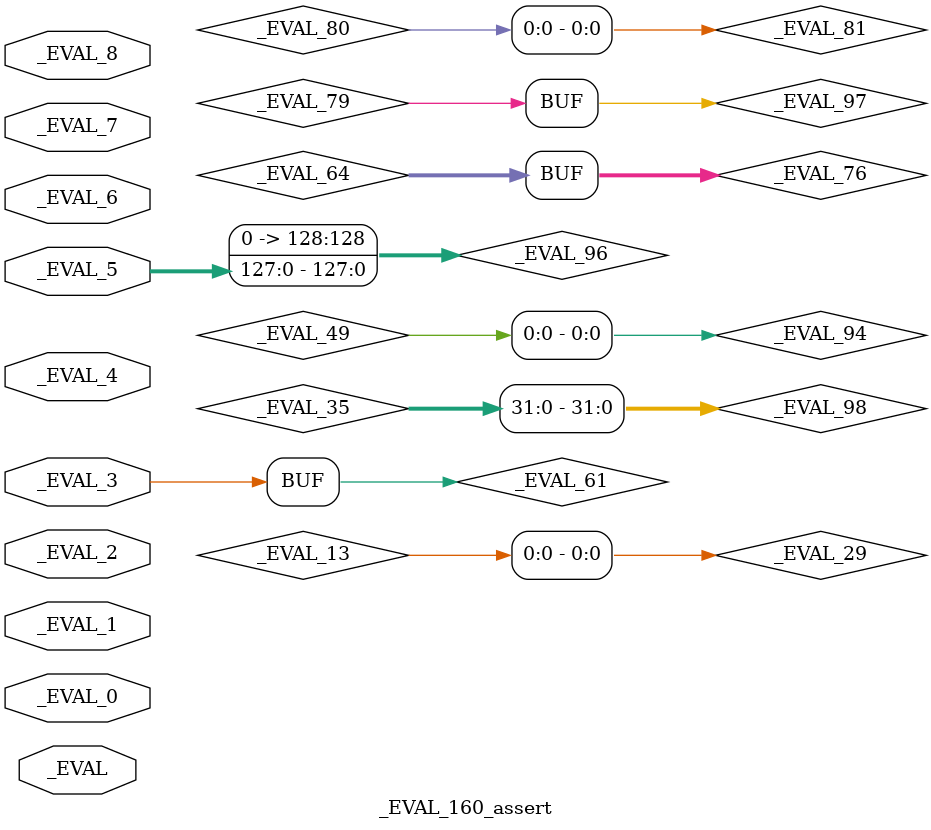
<source format=sv>
module _EVAL_160_assert(
  input          _EVAL,
  input          _EVAL_0,
  input  [2:0]   _EVAL_1,
  input  [2:0]   _EVAL_2,
  input          _EVAL_3,
  input          _EVAL_4,
  input  [127:0] _EVAL_5,
  input          _EVAL_6,
  input          _EVAL_7,
  input          _EVAL_8
);
`ifdef RANDOMIZE_REG_INIT
  reg [31:0] _RAND_0;
  reg [31:0] _RAND_1;
  reg [127:0] _RAND_2;
  reg [31:0] _RAND_3;
  reg [31:0] _RAND_4;
  reg [31:0] _RAND_5;
  reg [31:0] _RAND_6;
  reg [31:0] _RAND_7;
  reg [31:0] _RAND_8;
`endif // RANDOMIZE_REG_INIT
  wire  _EVAL_9;
  wire  _EVAL_10;
  wire  _EVAL_11;
  wire  _EVAL_12;
  wire [1:0] _EVAL_13;
  wire  _EVAL_14;
  wire  _EVAL_15;
  wire  _EVAL_16;
  wire  _EVAL_17;
  wire  _EVAL_18;
  wire  _EVAL_19;
  reg [2:0] _EVAL_20;
  wire  _EVAL_21;
  wire  _EVAL_22;
  wire  _EVAL_23;
  wire  _EVAL_24;
  wire  _EVAL_25;
  wire  _EVAL_26;
  wire  _EVAL_27;
  wire  _EVAL_28;
  wire  _EVAL_29;
  wire  _EVAL_30;
  wire  _EVAL_31;
  reg  _EVAL_32;
  wire [127:0] _EVAL_33;
  wire  _EVAL_34;
  wire [32:0] _EVAL_35;
  wire  _EVAL_36;
  wire [1:0] _EVAL_37;
  wire  _EVAL_38;
  wire  _EVAL_39;
  wire  _EVAL_40;
  wire  _EVAL_41;
  wire  _EVAL_42;
  wire  _EVAL_43;
  wire  _EVAL_44;
  wire  _EVAL_45;
  wire  _EVAL_46;
  wire  _EVAL_47;
  wire  _EVAL_48;
  wire [1:0] _EVAL_49;
  wire [31:0] plusarg_reader_out;
  wire  _EVAL_50;
  wire  _EVAL_51;
  wire  _EVAL_52;
  wire  _EVAL_53;
  wire  _EVAL_54;
  wire  _EVAL_55;
  wire  _EVAL_56;
  wire  _EVAL_57;
  wire  _EVAL_58;
  wire  _EVAL_59;
  wire  _EVAL_61;
  wire  _EVAL_62;
  wire  _EVAL_63;
  wire [128:0] _EVAL_64;
  wire  _EVAL_65;
  wire  _EVAL_66;
  reg [127:0] _EVAL_67;
  wire  _EVAL_68;
  wire  _EVAL_69;
  wire  _EVAL_70;
  wire  _EVAL_71;
  wire  _EVAL_72;
  wire  _EVAL_74;
  wire  _EVAL_75;
  wire [128:0] _EVAL_76;
  wire  _EVAL_78;
  wire  _EVAL_79;
  wire  _EVAL_80;
  wire [1:0] _EVAL_81;
  wire  _EVAL_82;
  wire  _EVAL_83;
  wire  _EVAL_84;
  wire  _EVAL_85;
  reg  _EVAL_86;
  wire  _EVAL_87;
  wire  _EVAL_88;
  wire [1:0] _EVAL_89;
  wire  _EVAL_90;
  wire  _EVAL_91;
  reg [31:0] _EVAL_92;
  wire  _EVAL_93;
  wire  _EVAL_94;
  wire  _EVAL_95;
  wire [128:0] _EVAL_96;
  reg  _EVAL_97;
  wire [31:0] _EVAL_98;
  wire  _EVAL_99;
  wire  _EVAL_100;
  wire [1:0] _EVAL_101;
  wire  _EVAL_102;
  wire  _EVAL_103;
  wire  _EVAL_104;
  wire  _EVAL_105;
  reg  _EVAL_106;
  wire  _EVAL_107;
  wire  _EVAL_108;
  wire  _EVAL_109;
  wire  _EVAL_110;
  wire  _EVAL_111;
  wire  _EVAL_112;
  wire  _EVAL_113;
  wire  _EVAL_114;
  reg  _EVAL_115;
  wire  _EVAL_116;
  wire  _EVAL_117;
  wire  _EVAL_118;
  wire  _EVAL_119;
  wire  _EVAL_120;
  wire  _EVAL_121;
  wire  _EVAL_122;
  wire  _EVAL_123;
  reg [2:0] _EVAL_125;
  plusarg_reader #(.FORMAT("tilelink_timeout=%d"), .DEFAULT(0), .WIDTH(32)) plusarg_reader (
    .out(plusarg_reader_out)
  );
  assign _EVAL_119 = _EVAL_117 | _EVAL_41;
  assign _EVAL_17 = _EVAL_8 & _EVAL_59;
  assign _EVAL_19 = ~_EVAL_86;
  assign _EVAL_46 = _EVAL_8 & _EVAL_62;
  assign _EVAL_59 = _EVAL_2 == 3'h2;
  assign _EVAL_72 = _EVAL_8 & _EVAL_44;
  assign _EVAL_123 = _EVAL_2 == 3'h5;
  assign _EVAL_63 = _EVAL_1 <= 3'h6;
  assign _EVAL_35 = _EVAL_92 + 32'h1;
  assign _EVAL_47 = _EVAL_7 & _EVAL_112;
  assign _EVAL_107 = |_EVAL_115;
  assign _EVAL_102 = _EVAL_4 & _EVAL_7;
  assign _EVAL_12 = _EVAL_39 & _EVAL_82;
  assign _EVAL_18 = _EVAL_9 & _EVAL_23;
  assign _EVAL_41 = _EVAL_92 < plusarg_reader_out;
  assign _EVAL_90 = _EVAL_8 & _EVAL_21;
  assign _EVAL_24 = _EVAL_58 | _EVAL_61;
  assign _EVAL_94 = _EVAL_49[0];
  assign _EVAL_21 = _EVAL_2 == 3'h0;
  assign _EVAL_56 = _EVAL_2 == _EVAL_125;
  assign _EVAL_13 = _EVAL_32 - 1'h1;
  assign _EVAL_89 = _EVAL_18 ? 2'h1 : 2'h0;
  assign _EVAL_70 = ~_EVAL_87;
  assign _EVAL_44 = _EVAL_2 == 3'h1;
  assign _EVAL_122 = ~_EVAL_116;
  assign _EVAL_112 = _EVAL_1 == 3'h1;
  assign _EVAL_58 = ~_EVAL_115;
  assign _EVAL_50 = ~_EVAL_93;
  assign _EVAL_74 = ~_EVAL_24;
  assign _EVAL_34 = ~_EVAL_109;
  assign _EVAL_111 = _EVAL_1 == _EVAL_20;
  assign _EVAL_88 = _EVAL_8 & _EVAL_113;
  assign _EVAL_121 = _EVAL_7 & _EVAL_54;
  assign _EVAL_57 = ~_EVAL_106;
  assign _EVAL_76 = $signed(_EVAL_96) & 129'sh100000000000000000000000000000000;
  assign _EVAL_51 = _EVAL_8 & _EVAL_100;
  assign _EVAL_99 = plusarg_reader_out == 32'h0;
  assign _EVAL_96 = {1'b0,$signed(_EVAL_5)};
  assign _EVAL_54 = _EVAL_1 == 3'h6;
  assign _EVAL_52 = _EVAL_7 & _EVAL_26;
  assign _EVAL_38 = ~_EVAL_32;
  assign _EVAL_66 = _EVAL_7 & _EVAL_55;
  assign _EVAL_108 = _EVAL_8 & _EVAL_79;
  assign _EVAL_82 = ~_EVAL_97;
  assign _EVAL_62 = _EVAL_2 == 3'h3;
  assign _EVAL_23 = ~_EVAL_54;
  assign _EVAL_100 = _EVAL_2 == 3'h4;
  assign _EVAL_61 = _EVAL_3;
  assign _EVAL_48 = _EVAL_1 == 3'h2;
  assign _EVAL_25 = ~_EVAL_40;
  assign _EVAL_16 = _EVAL_71 | _EVAL_61;
  assign _EVAL_87 = _EVAL_89[0];
  assign _EVAL_40 = _EVAL_111 | _EVAL_61;
  assign _EVAL_69 = _EVAL_8 & _EVAL_91;
  assign _EVAL_98 = _EVAL_35[31:0];
  assign _EVAL_75 = ~_EVAL_107;
  assign _EVAL_28 = _EVAL_63 | _EVAL_61;
  assign _EVAL_109 = _EVAL_95 | _EVAL_61;
  assign _EVAL_39 = _EVAL_6 & _EVAL_8;
  assign _EVAL_117 = _EVAL_75 | _EVAL_99;
  assign _EVAL_37 = _EVAL_86 - 1'h1;
  assign _EVAL_71 = _EVAL_94 | _EVAL_115;
  assign _EVAL_55 = _EVAL_1 == 3'h5;
  assign _EVAL_30 = _EVAL_37[0];
  assign _EVAL_9 = _EVAL_102 & _EVAL_38;
  assign _EVAL_27 = ~_EVAL_61;
  assign _EVAL_110 = _EVAL | _EVAL_61;
  assign _EVAL_104 = _EVAL_7 & _EVAL_45;
  assign _EVAL_120 = _EVAL_39 & _EVAL_19;
  assign _EVAL_79 = ~_EVAL_82;
  assign _EVAL_95 = $signed(_EVAL_64) == 129'sh0;
  assign _EVAL_65 = _EVAL_5 == _EVAL_67;
  assign _EVAL_85 = ~_EVAL;
  assign _EVAL_10 = _EVAL_65 | _EVAL_61;
  assign _EVAL_101 = _EVAL_97 - 1'h1;
  assign _EVAL_105 = _EVAL_102 & _EVAL_57;
  assign _EVAL_29 = _EVAL_13[0];
  assign _EVAL_68 = _EVAL_7 & _EVAL_48;
  assign _EVAL_42 = ~_EVAL_110;
  assign _EVAL_93 = _EVAL_119 | _EVAL_61;
  assign _EVAL_53 = ~_EVAL_28;
  assign _EVAL_83 = ~_EVAL_103;
  assign _EVAL_80 = _EVAL_81[0];
  assign _EVAL_22 = _EVAL_33 == 128'h0;
  assign _EVAL_113 = _EVAL_2 == 3'h7;
  assign _EVAL_84 = ~_EVAL_10;
  assign _EVAL_33 = _EVAL_5 & 128'h3;
  assign _EVAL_103 = _EVAL_22 | _EVAL_61;
  assign _EVAL_78 = ~_EVAL_31;
  assign _EVAL_15 = ~_EVAL_57;
  assign _EVAL_81 = _EVAL_106 - 1'h1;
  assign _EVAL_45 = _EVAL_1 == 3'h0;
  assign _EVAL_118 = _EVAL_7 & _EVAL_15;
  assign _EVAL_14 = _EVAL_115 | _EVAL_94;
  assign _EVAL_26 = _EVAL_1 == 3'h4;
  assign _EVAL_43 = _EVAL_101[0];
  assign _EVAL_49 = _EVAL_120 ? 2'h1 : 2'h0;
  assign _EVAL_64 = _EVAL_76;
  assign _EVAL_91 = _EVAL_2 == 3'h6;
  assign _EVAL_116 = _EVAL_56 | _EVAL_61;
  assign _EVAL_11 = _EVAL_39 | _EVAL_102;
  assign _EVAL_114 = ~_EVAL_16;
  assign _EVAL_31 = _EVAL_85 | _EVAL_61;
  assign _EVAL_36 = _EVAL_8 & _EVAL_123;
  always @(posedge _EVAL_0) begin
    if (_EVAL_105) begin
      _EVAL_20 <= _EVAL_1;
    end
    if (_EVAL_12) begin
      _EVAL_67 <= _EVAL_5;
    end
    if (_EVAL_12) begin
      _EVAL_125 <= _EVAL_2;
    end
    `ifndef SYNTHESIS
    `ifdef STOP_COND
      if (`STOP_COND) begin
    `endif
        if (_EVAL_120 & _EVAL_74) begin
          $fatal;
        end
    `ifdef STOP_COND
      end
    `endif
    `endif // SYNTHESIS
    `ifndef SYNTHESIS
    `ifdef STOP_COND
      if (`STOP_COND) begin
    `endif
        if (_EVAL_108 & _EVAL_84) begin
          $fatal;
        end
    `ifdef STOP_COND
      end
    `endif
    `endif // SYNTHESIS
    `ifndef SYNTHESIS
    `ifdef PRINTF_COND
      if (`PRINTF_COND) begin
    `endif
        if (_EVAL_47 & _EVAL_42) begin
          $fwrite(32'h80000002,"Obfuscated Simulation Output(171706e8)\n");
        end
    `ifdef PRINTF_COND
      end
    `endif
    `endif // SYNTHESIS
    `ifndef SYNTHESIS
    `ifdef STOP_COND
      if (`STOP_COND) begin
    `endif
        if (_EVAL_50) begin
          $fatal;
        end
    `ifdef STOP_COND
      end
    `endif
    `endif // SYNTHESIS
    `ifndef SYNTHESIS
    `ifdef STOP_COND
      if (`STOP_COND) begin
    `endif
        if (_EVAL_121 & _EVAL_27) begin
          $fatal;
        end
    `ifdef STOP_COND
      end
    `endif
    `endif // SYNTHESIS
    `ifndef SYNTHESIS
    `ifdef STOP_COND
      if (`STOP_COND) begin
    `endif
        if (_EVAL_90 & _EVAL_34) begin
          $fatal;
        end
    `ifdef STOP_COND
      end
    `endif
    `endif // SYNTHESIS
    `ifndef SYNTHESIS
    `ifdef STOP_COND
      if (`STOP_COND) begin
    `endif
        if (_EVAL_66 & _EVAL_42) begin
          $fatal;
        end
    `ifdef STOP_COND
      end
    `endif
    `endif // SYNTHESIS
    `ifndef SYNTHESIS
    `ifdef STOP_COND
      if (`STOP_COND) begin
    `endif
        if (_EVAL_104 & _EVAL_78) begin
          $fatal;
        end
    `ifdef STOP_COND
      end
    `endif
    `endif // SYNTHESIS
    `ifndef SYNTHESIS
    `ifdef STOP_COND
      if (`STOP_COND) begin
    `endif
        if (_EVAL_52 & _EVAL_78) begin
          $fatal;
        end
    `ifdef STOP_COND
      end
    `endif
    `endif // SYNTHESIS
    `ifndef SYNTHESIS
    `ifdef STOP_COND
      if (`STOP_COND) begin
    `endif
        if (_EVAL_52 & _EVAL_27) begin
          $fatal;
        end
    `ifdef STOP_COND
      end
    `endif
    `endif // SYNTHESIS
    `ifndef SYNTHESIS
    `ifdef PRINTF_COND
      if (`PRINTF_COND) begin
    `endif
        if (_EVAL_52 & _EVAL_27) begin
          $fwrite(32'h80000002,"Obfuscated Simulation Output(49b4c639)\n");
        end
    `ifdef PRINTF_COND
      end
    `endif
    `endif // SYNTHESIS
    `ifndef SYNTHESIS
    `ifdef PRINTF_COND
      if (`PRINTF_COND) begin
    `endif
        if (_EVAL_69 & _EVAL_83) begin
          $fwrite(32'h80000002,"Obfuscated Simulation Output(e4014bd8)\n");
        end
    `ifdef PRINTF_COND
      end
    `endif
    `endif // SYNTHESIS
    `ifndef SYNTHESIS
    `ifdef PRINTF_COND
      if (`PRINTF_COND) begin
    `endif
        if (_EVAL_69 & _EVAL_27) begin
          $fwrite(32'h80000002,"Obfuscated Simulation Output(2446c6ee)\n");
        end
    `ifdef PRINTF_COND
      end
    `endif
    `endif // SYNTHESIS
    `ifndef SYNTHESIS
    `ifdef PRINTF_COND
      if (`PRINTF_COND) begin
    `endif
        if (_EVAL_88 & _EVAL_83) begin
          $fwrite(32'h80000002,"Obfuscated Simulation Output(6822fb3)\n");
        end
    `ifdef PRINTF_COND
      end
    `endif
    `endif // SYNTHESIS
    `ifndef SYNTHESIS
    `ifdef STOP_COND
      if (`STOP_COND) begin
    `endif
        if (_EVAL_36 & _EVAL_83) begin
          $fatal;
        end
    `ifdef STOP_COND
      end
    `endif
    `endif // SYNTHESIS
    `ifndef SYNTHESIS
    `ifdef PRINTF_COND
      if (`PRINTF_COND) begin
    `endif
        if (_EVAL_17 & _EVAL_27) begin
          $fwrite(32'h80000002,"Obfuscated Simulation Output(b874d27c)\n");
        end
    `ifdef PRINTF_COND
      end
    `endif
    `endif // SYNTHESIS
    `ifndef SYNTHESIS
    `ifdef PRINTF_COND
      if (`PRINTF_COND) begin
    `endif
        if (_EVAL_66 & _EVAL_42) begin
          $fwrite(32'h80000002,"Obfuscated Simulation Output(dc3c277f)\n");
        end
    `ifdef PRINTF_COND
      end
    `endif
    `endif // SYNTHESIS
    `ifndef SYNTHESIS
    `ifdef STOP_COND
      if (`STOP_COND) begin
    `endif
        if (_EVAL_72 & _EVAL_83) begin
          $fatal;
        end
    `ifdef STOP_COND
      end
    `endif
    `endif // SYNTHESIS
    `ifndef SYNTHESIS
    `ifdef PRINTF_COND
      if (`PRINTF_COND) begin
    `endif
        if (_EVAL_7 & _EVAL_53) begin
          $fwrite(32'h80000002,"Obfuscated Simulation Output(37de5313)\n");
        end
    `ifdef PRINTF_COND
      end
    `endif
    `endif // SYNTHESIS
    `ifndef SYNTHESIS
    `ifdef PRINTF_COND
      if (`PRINTF_COND) begin
    `endif
        if (_EVAL_51 & _EVAL_83) begin
          $fwrite(32'h80000002,"Obfuscated Simulation Output(bea34253)\n");
        end
    `ifdef PRINTF_COND
      end
    `endif
    `endif // SYNTHESIS
    `ifndef SYNTHESIS
    `ifdef PRINTF_COND
      if (`PRINTF_COND) begin
    `endif
        if (_EVAL_120 & _EVAL_74) begin
          $fwrite(32'h80000002,"Obfuscated Simulation Output(d9b7235d)\n");
        end
    `ifdef PRINTF_COND
      end
    `endif
    `endif // SYNTHESIS
    `ifndef SYNTHESIS
    `ifdef STOP_COND
      if (`STOP_COND) begin
    `endif
        if (_EVAL_72 & _EVAL_27) begin
          $fatal;
        end
    `ifdef STOP_COND
      end
    `endif
    `endif // SYNTHESIS
    `ifndef SYNTHESIS
    `ifdef STOP_COND
      if (`STOP_COND) begin
    `endif
        if (_EVAL_7 & _EVAL_53) begin
          $fatal;
        end
    `ifdef STOP_COND
      end
    `endif
    `endif // SYNTHESIS
    `ifndef SYNTHESIS
    `ifdef PRINTF_COND
      if (`PRINTF_COND) begin
    `endif
        if (_EVAL_90 & _EVAL_34) begin
          $fwrite(32'h80000002,"Obfuscated Simulation Output(e62b5139)\n");
        end
    `ifdef PRINTF_COND
      end
    `endif
    `endif // SYNTHESIS
    `ifndef SYNTHESIS
    `ifdef PRINTF_COND
      if (`PRINTF_COND) begin
    `endif
        if (_EVAL_46 & _EVAL_27) begin
          $fwrite(32'h80000002,"Obfuscated Simulation Output(9a0f6728)\n");
        end
    `ifdef PRINTF_COND
      end
    `endif
    `endif // SYNTHESIS
    `ifndef SYNTHESIS
    `ifdef PRINTF_COND
      if (`PRINTF_COND) begin
    `endif
        if (_EVAL_121 & _EVAL_27) begin
          $fwrite(32'h80000002,"Obfuscated Simulation Output(2d9d2897)\n");
        end
    `ifdef PRINTF_COND
      end
    `endif
    `endif // SYNTHESIS
    `ifndef SYNTHESIS
    `ifdef PRINTF_COND
      if (`PRINTF_COND) begin
    `endif
        if (_EVAL_108 & _EVAL_84) begin
          $fwrite(32'h80000002,"Obfuscated Simulation Output(39ecf749)\n");
        end
    `ifdef PRINTF_COND
      end
    `endif
    `endif // SYNTHESIS
    `ifndef SYNTHESIS
    `ifdef STOP_COND
      if (`STOP_COND) begin
    `endif
        if (_EVAL_17 & _EVAL_27) begin
          $fatal;
        end
    `ifdef STOP_COND
      end
    `endif
    `endif // SYNTHESIS
    `ifndef SYNTHESIS
    `ifdef PRINTF_COND
      if (`PRINTF_COND) begin
    `endif
        if (_EVAL_18 & _EVAL_114) begin
          $fwrite(32'h80000002,"Obfuscated Simulation Output(5081c815)\n");
        end
    `ifdef PRINTF_COND
      end
    `endif
    `endif // SYNTHESIS
    `ifndef SYNTHESIS
    `ifdef PRINTF_COND
      if (`PRINTF_COND) begin
    `endif
        if (_EVAL_108 & _EVAL_122) begin
          $fwrite(32'h80000002,"Obfuscated Simulation Output(e8f95875)\n");
        end
    `ifdef PRINTF_COND
      end
    `endif
    `endif // SYNTHESIS
    `ifndef SYNTHESIS
    `ifdef PRINTF_COND
      if (`PRINTF_COND) begin
    `endif
        if (_EVAL_88 & _EVAL_27) begin
          $fwrite(32'h80000002,"Obfuscated Simulation Output(cfb2a0fa)\n");
        end
    `ifdef PRINTF_COND
      end
    `endif
    `endif // SYNTHESIS
    `ifndef SYNTHESIS
    `ifdef PRINTF_COND
      if (`PRINTF_COND) begin
    `endif
        if (_EVAL_36 & _EVAL_34) begin
          $fwrite(32'h80000002,"Obfuscated Simulation Output(613f9a50)\n");
        end
    `ifdef PRINTF_COND
      end
    `endif
    `endif // SYNTHESIS
    `ifndef SYNTHESIS
    `ifdef PRINTF_COND
      if (`PRINTF_COND) begin
    `endif
        if (_EVAL_72 & _EVAL_27) begin
          $fwrite(32'h80000002,"Obfuscated Simulation Output(eb05e6a2)\n");
        end
    `ifdef PRINTF_COND
      end
    `endif
    `endif // SYNTHESIS
    `ifndef SYNTHESIS
    `ifdef STOP_COND
      if (`STOP_COND) begin
    `endif
        if (_EVAL_36 & _EVAL_27) begin
          $fatal;
        end
    `ifdef STOP_COND
      end
    `endif
    `endif // SYNTHESIS
    `ifndef SYNTHESIS
    `ifdef PRINTF_COND
      if (`PRINTF_COND) begin
    `endif
        if (_EVAL_90 & _EVAL_83) begin
          $fwrite(32'h80000002,"Obfuscated Simulation Output(4ce4cfad)\n");
        end
    `ifdef PRINTF_COND
      end
    `endif
    `endif // SYNTHESIS
    `ifndef SYNTHESIS
    `ifdef PRINTF_COND
      if (`PRINTF_COND) begin
    `endif
        if (_EVAL_36 & _EVAL_27) begin
          $fwrite(32'h80000002,"Obfuscated Simulation Output(a3db6fa)\n");
        end
    `ifdef PRINTF_COND
      end
    `endif
    `endif // SYNTHESIS
    `ifndef SYNTHESIS
    `ifdef STOP_COND
      if (`STOP_COND) begin
    `endif
        if (_EVAL_88 & _EVAL_27) begin
          $fatal;
        end
    `ifdef STOP_COND
      end
    `endif
    `endif // SYNTHESIS
    `ifndef SYNTHESIS
    `ifdef STOP_COND
      if (`STOP_COND) begin
    `endif
        if (_EVAL_69 & _EVAL_83) begin
          $fatal;
        end
    `ifdef STOP_COND
      end
    `endif
    `endif // SYNTHESIS
    `ifndef SYNTHESIS
    `ifdef PRINTF_COND
      if (`PRINTF_COND) begin
    `endif
        if (_EVAL_52 & _EVAL_78) begin
          $fwrite(32'h80000002,"Obfuscated Simulation Output(3f34dcfb)\n");
        end
    `ifdef PRINTF_COND
      end
    `endif
    `endif // SYNTHESIS
    `ifndef SYNTHESIS
    `ifdef STOP_COND
      if (`STOP_COND) begin
    `endif
        if (_EVAL_46 & _EVAL_83) begin
          $fatal;
        end
    `ifdef STOP_COND
      end
    `endif
    `endif // SYNTHESIS
    `ifndef SYNTHESIS
    `ifdef STOP_COND
      if (`STOP_COND) begin
    `endif
        if (_EVAL_72 & _EVAL_34) begin
          $fatal;
        end
    `ifdef STOP_COND
      end
    `endif
    `endif // SYNTHESIS
    `ifndef SYNTHESIS
    `ifdef STOP_COND
      if (`STOP_COND) begin
    `endif
        if (_EVAL_90 & _EVAL_83) begin
          $fatal;
        end
    `ifdef STOP_COND
      end
    `endif
    `endif // SYNTHESIS
    `ifndef SYNTHESIS
    `ifdef STOP_COND
      if (`STOP_COND) begin
    `endif
        if (_EVAL_88 & _EVAL_27) begin
          $fatal;
        end
    `ifdef STOP_COND
      end
    `endif
    `endif // SYNTHESIS
    `ifndef SYNTHESIS
    `ifdef STOP_COND
      if (`STOP_COND) begin
    `endif
        if (_EVAL_36 & _EVAL_34) begin
          $fatal;
        end
    `ifdef STOP_COND
      end
    `endif
    `endif // SYNTHESIS
    `ifndef SYNTHESIS
    `ifdef STOP_COND
      if (`STOP_COND) begin
    `endif
        if (_EVAL_47 & _EVAL_42) begin
          $fatal;
        end
    `ifdef STOP_COND
      end
    `endif
    `endif // SYNTHESIS
    `ifndef SYNTHESIS
    `ifdef PRINTF_COND
      if (`PRINTF_COND) begin
    `endif
        if (_EVAL_17 & _EVAL_83) begin
          $fwrite(32'h80000002,"Obfuscated Simulation Output(56103bac)\n");
        end
    `ifdef PRINTF_COND
      end
    `endif
    `endif // SYNTHESIS
    `ifndef SYNTHESIS
    `ifdef PRINTF_COND
      if (`PRINTF_COND) begin
    `endif
        if (_EVAL_36 & _EVAL_83) begin
          $fwrite(32'h80000002,"Obfuscated Simulation Output(df0181a3)\n");
        end
    `ifdef PRINTF_COND
      end
    `endif
    `endif // SYNTHESIS
    `ifndef SYNTHESIS
    `ifdef PRINTF_COND
      if (`PRINTF_COND) begin
    `endif
        if (_EVAL_66 & _EVAL_27) begin
          $fwrite(32'h80000002,"Obfuscated Simulation Output(24ad9e71)\n");
        end
    `ifdef PRINTF_COND
      end
    `endif
    `endif // SYNTHESIS
    `ifndef SYNTHESIS
    `ifdef STOP_COND
      if (`STOP_COND) begin
    `endif
        if (_EVAL_121 & _EVAL_78) begin
          $fatal;
        end
    `ifdef STOP_COND
      end
    `endif
    `endif // SYNTHESIS
    `ifndef SYNTHESIS
    `ifdef PRINTF_COND
      if (`PRINTF_COND) begin
    `endif
        if (_EVAL_118 & _EVAL_25) begin
          $fwrite(32'h80000002,"Obfuscated Simulation Output(ad8281b5)\n");
        end
    `ifdef PRINTF_COND
      end
    `endif
    `endif // SYNTHESIS
    `ifndef SYNTHESIS
    `ifdef PRINTF_COND
      if (`PRINTF_COND) begin
    `endif
        if (_EVAL_51 & _EVAL_34) begin
          $fwrite(32'h80000002,"Obfuscated Simulation Output(aae5a385)\n");
        end
    `ifdef PRINTF_COND
      end
    `endif
    `endif // SYNTHESIS
    `ifndef SYNTHESIS
    `ifdef PRINTF_COND
      if (`PRINTF_COND) begin
    `endif
        if (_EVAL_50) begin
          $fwrite(32'h80000002,"Obfuscated Simulation Output(4a99a083)\n");
        end
    `ifdef PRINTF_COND
      end
    `endif
    `endif // SYNTHESIS
    `ifndef SYNTHESIS
    `ifdef PRINTF_COND
      if (`PRINTF_COND) begin
    `endif
        if (_EVAL_121 & _EVAL_78) begin
          $fwrite(32'h80000002,"Obfuscated Simulation Output(3debd2c4)\n");
        end
    `ifdef PRINTF_COND
      end
    `endif
    `endif // SYNTHESIS
    `ifndef SYNTHESIS
    `ifdef PRINTF_COND
      if (`PRINTF_COND) begin
    `endif
        if (_EVAL_68 & _EVAL_78) begin
          $fwrite(32'h80000002,"Obfuscated Simulation Output(dd848d92)\n");
        end
    `ifdef PRINTF_COND
      end
    `endif
    `endif // SYNTHESIS
    `ifndef SYNTHESIS
    `ifdef STOP_COND
      if (`STOP_COND) begin
    `endif
        if (_EVAL_69 & _EVAL_27) begin
          $fatal;
        end
    `ifdef STOP_COND
      end
    `endif
    `endif // SYNTHESIS
    `ifndef SYNTHESIS
    `ifdef STOP_COND
      if (`STOP_COND) begin
    `endif
        if (_EVAL_18 & _EVAL_114) begin
          $fatal;
        end
    `ifdef STOP_COND
      end
    `endif
    `endif // SYNTHESIS
    `ifndef SYNTHESIS
    `ifdef PRINTF_COND
      if (`PRINTF_COND) begin
    `endif
        if (_EVAL_69 & _EVAL_27) begin
          $fwrite(32'h80000002,"Obfuscated Simulation Output(e02748db)\n");
        end
    `ifdef PRINTF_COND
      end
    `endif
    `endif // SYNTHESIS
    `ifndef SYNTHESIS
    `ifdef STOP_COND
      if (`STOP_COND) begin
    `endif
        if (_EVAL_88 & _EVAL_27) begin
          $fatal;
        end
    `ifdef STOP_COND
      end
    `endif
    `endif // SYNTHESIS
    `ifndef SYNTHESIS
    `ifdef STOP_COND
      if (`STOP_COND) begin
    `endif
        if (_EVAL_46 & _EVAL_27) begin
          $fatal;
        end
    `ifdef STOP_COND
      end
    `endif
    `endif // SYNTHESIS
    `ifndef SYNTHESIS
    `ifdef STOP_COND
      if (`STOP_COND) begin
    `endif
        if (_EVAL_88 & _EVAL_83) begin
          $fatal;
        end
    `ifdef STOP_COND
      end
    `endif
    `endif // SYNTHESIS
    `ifndef SYNTHESIS
    `ifdef STOP_COND
      if (`STOP_COND) begin
    `endif
        if (_EVAL_66 & _EVAL_27) begin
          $fatal;
        end
    `ifdef STOP_COND
      end
    `endif
    `endif // SYNTHESIS
    `ifndef SYNTHESIS
    `ifdef STOP_COND
      if (`STOP_COND) begin
    `endif
        if (_EVAL_51 & _EVAL_34) begin
          $fatal;
        end
    `ifdef STOP_COND
      end
    `endif
    `endif // SYNTHESIS
    `ifndef SYNTHESIS
    `ifdef STOP_COND
      if (`STOP_COND) begin
    `endif
        if (_EVAL_69 & _EVAL_27) begin
          $fatal;
        end
    `ifdef STOP_COND
      end
    `endif
    `endif // SYNTHESIS
    `ifndef SYNTHESIS
    `ifdef STOP_COND
      if (`STOP_COND) begin
    `endif
        if (_EVAL_51 & _EVAL_83) begin
          $fatal;
        end
    `ifdef STOP_COND
      end
    `endif
    `endif // SYNTHESIS
    `ifndef SYNTHESIS
    `ifdef PRINTF_COND
      if (`PRINTF_COND) begin
    `endif
        if (_EVAL_72 & _EVAL_34) begin
          $fwrite(32'h80000002,"Obfuscated Simulation Output(8141b196)\n");
        end
    `ifdef PRINTF_COND
      end
    `endif
    `endif // SYNTHESIS
    `ifndef SYNTHESIS
    `ifdef PRINTF_COND
      if (`PRINTF_COND) begin
    `endif
        if (_EVAL_88 & _EVAL_27) begin
          $fwrite(32'h80000002,"Obfuscated Simulation Output(de229173)\n");
        end
    `ifdef PRINTF_COND
      end
    `endif
    `endif // SYNTHESIS
    `ifndef SYNTHESIS
    `ifdef STOP_COND
      if (`STOP_COND) begin
    `endif
        if (_EVAL_118 & _EVAL_25) begin
          $fatal;
        end
    `ifdef STOP_COND
      end
    `endif
    `endif // SYNTHESIS
    `ifndef SYNTHESIS
    `ifdef PRINTF_COND
      if (`PRINTF_COND) begin
    `endif
        if (_EVAL_72 & _EVAL_83) begin
          $fwrite(32'h80000002,"Obfuscated Simulation Output(be233d4c)\n");
        end
    `ifdef PRINTF_COND
      end
    `endif
    `endif // SYNTHESIS
    `ifndef SYNTHESIS
    `ifdef PRINTF_COND
      if (`PRINTF_COND) begin
    `endif
        if (_EVAL_104 & _EVAL_78) begin
          $fwrite(32'h80000002,"Obfuscated Simulation Output(575caf48)\n");
        end
    `ifdef PRINTF_COND
      end
    `endif
    `endif // SYNTHESIS
    `ifndef SYNTHESIS
    `ifdef STOP_COND
      if (`STOP_COND) begin
    `endif
        if (_EVAL_17 & _EVAL_83) begin
          $fatal;
        end
    `ifdef STOP_COND
      end
    `endif
    `endif // SYNTHESIS
    `ifndef SYNTHESIS
    `ifdef STOP_COND
      if (`STOP_COND) begin
    `endif
        if (_EVAL_108 & _EVAL_122) begin
          $fatal;
        end
    `ifdef STOP_COND
      end
    `endif
    `endif // SYNTHESIS
    `ifndef SYNTHESIS
    `ifdef PRINTF_COND
      if (`PRINTF_COND) begin
    `endif
        if (_EVAL_88 & _EVAL_27) begin
          $fwrite(32'h80000002,"Obfuscated Simulation Output(2446c6ee)\n");
        end
    `ifdef PRINTF_COND
      end
    `endif
    `endif // SYNTHESIS
    `ifndef SYNTHESIS
    `ifdef STOP_COND
      if (`STOP_COND) begin
    `endif
        if (_EVAL_68 & _EVAL_78) begin
          $fatal;
        end
    `ifdef STOP_COND
      end
    `endif
    `endif // SYNTHESIS
    `ifndef SYNTHESIS
    `ifdef PRINTF_COND
      if (`PRINTF_COND) begin
    `endif
        if (_EVAL_46 & _EVAL_83) begin
          $fwrite(32'h80000002,"Obfuscated Simulation Output(a54a6580)\n");
        end
    `ifdef PRINTF_COND
      end
    `endif
    `endif // SYNTHESIS
  end
  always @(posedge _EVAL_0 or posedge _EVAL_3) begin
    if (_EVAL_3) begin
      _EVAL_32 <= 1'h0;
    end else if (_EVAL_102) begin
      if (_EVAL_38) begin
        _EVAL_32 <= 1'h0;
      end else begin
        _EVAL_32 <= _EVAL_29;
      end
    end
  end
  always @(posedge _EVAL_0 or posedge _EVAL_3) begin
    if (_EVAL_3) begin
      _EVAL_86 <= 1'h0;
    end else if (_EVAL_39) begin
      if (_EVAL_19) begin
        _EVAL_86 <= 1'h0;
      end else begin
        _EVAL_86 <= _EVAL_30;
      end
    end
  end
  always @(posedge _EVAL_0 or posedge _EVAL_3) begin
    if (_EVAL_3) begin
      _EVAL_92 <= 32'h0;
    end else if (_EVAL_11) begin
      _EVAL_92 <= 32'h0;
    end else begin
      _EVAL_92 <= _EVAL_98;
    end
  end
  always @(posedge _EVAL_0 or posedge _EVAL_3) begin
    if (_EVAL_3) begin
      _EVAL_97 <= 1'h0;
    end else if (_EVAL_39) begin
      if (_EVAL_82) begin
        _EVAL_97 <= 1'h0;
      end else begin
        _EVAL_97 <= _EVAL_43;
      end
    end
  end
  always @(posedge _EVAL_0 or posedge _EVAL_3) begin
    if (_EVAL_3) begin
      _EVAL_106 <= 1'h0;
    end else if (_EVAL_102) begin
      if (_EVAL_57) begin
        _EVAL_106 <= 1'h0;
      end else begin
        _EVAL_106 <= _EVAL_80;
      end
    end
  end
  always @(posedge _EVAL_0 or posedge _EVAL_3) begin
    if (_EVAL_3) begin
      _EVAL_115 <= 1'h0;
    end else begin
      _EVAL_115 <= _EVAL_14 & _EVAL_70;
    end
  end
// Register and memory initialization
`ifdef RANDOMIZE_GARBAGE_ASSIGN
`define RANDOMIZE
`endif
`ifdef RANDOMIZE_INVALID_ASSIGN
`define RANDOMIZE
`endif
`ifdef RANDOMIZE_REG_INIT
`define RANDOMIZE
`endif
`ifdef RANDOMIZE_MEM_INIT
`define RANDOMIZE
`endif
`ifndef RANDOM
`define RANDOM $random
`endif
`ifdef RANDOMIZE_MEM_INIT
  integer initvar;
`endif
`ifndef SYNTHESIS
`ifdef FIRRTL_BEFORE_INITIAL
`FIRRTL_BEFORE_INITIAL
`endif
initial begin
  `ifdef RANDOMIZE
    `ifdef INIT_RANDOM
      `INIT_RANDOM
    `endif
    `ifndef VERILATOR
      `ifdef RANDOMIZE_DELAY
        #`RANDOMIZE_DELAY begin end
      `else
        #0.002 begin end
      `endif
    `endif
`ifdef RANDOMIZE_REG_INIT
  _RAND_0 = {1{`RANDOM}};
  _EVAL_20 = _RAND_0[2:0];
  _RAND_1 = {1{`RANDOM}};
  _EVAL_32 = _RAND_1[0:0];
  _RAND_2 = {4{`RANDOM}};
  _EVAL_67 = _RAND_2[127:0];
  _RAND_3 = {1{`RANDOM}};
  _EVAL_86 = _RAND_3[0:0];
  _RAND_4 = {1{`RANDOM}};
  _EVAL_92 = _RAND_4[31:0];
  _RAND_5 = {1{`RANDOM}};
  _EVAL_97 = _RAND_5[0:0];
  _RAND_6 = {1{`RANDOM}};
  _EVAL_106 = _RAND_6[0:0];
  _RAND_7 = {1{`RANDOM}};
  _EVAL_115 = _RAND_7[0:0];
  _RAND_8 = {1{`RANDOM}};
  _EVAL_125 = _RAND_8[2:0];
`endif // RANDOMIZE_REG_INIT
  if (_EVAL_3) begin
    _EVAL_32 = 1'h0;
  end
  if (_EVAL_3) begin
    _EVAL_86 = 1'h0;
  end
  if (_EVAL_3) begin
    _EVAL_92 = 32'h0;
  end
  if (_EVAL_3) begin
    _EVAL_97 = 1'h0;
  end
  if (_EVAL_3) begin
    _EVAL_106 = 1'h0;
  end
  if (_EVAL_3) begin
    _EVAL_115 = 1'h0;
  end
  `endif // RANDOMIZE
end // initial
`ifdef FIRRTL_AFTER_INITIAL
`FIRRTL_AFTER_INITIAL
`endif
`endif // SYNTHESIS

endmodule

</source>
